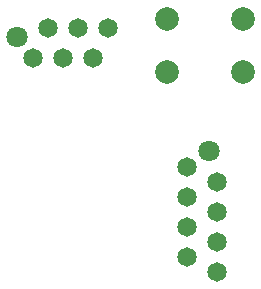
<source format=gbr>
G04 #@! TF.FileFunction,Copper,L1,Top,Signal*
%FSLAX46Y46*%
G04 Gerber Fmt 4.6, Leading zero omitted, Abs format (unit mm)*
G04 Created by KiCad (PCBNEW 4.0.7) date 07/17/18 16:46:28*
%MOMM*%
%LPD*%
G01*
G04 APERTURE LIST*
%ADD10C,0.100000*%
%ADD11C,1.650000*%
%ADD12C,1.800000*%
%ADD13C,2.000000*%
G04 APERTURE END LIST*
D10*
D11*
X162947000Y-114812300D03*
X160407000Y-113542300D03*
X162947000Y-109732300D03*
X162947000Y-107192300D03*
X162947000Y-112272300D03*
X160407000Y-105922300D03*
X160407000Y-108462300D03*
X160407000Y-111002300D03*
D12*
X162207000Y-104522300D03*
D11*
X151185100Y-94113700D03*
X148645100Y-94113700D03*
X153725100Y-94113700D03*
X147375100Y-96653700D03*
X149915100Y-96653700D03*
X152455100Y-96653700D03*
D12*
X145975100Y-94853700D03*
D13*
X165163500Y-97845000D03*
X165163500Y-93345000D03*
X158663500Y-97845000D03*
X158663500Y-93345000D03*
M02*

</source>
